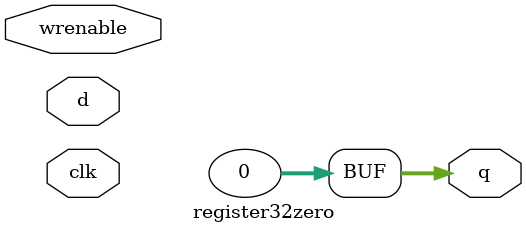
<source format=v>
module register
(
output reg	q,
input		d,
input		wrenable,
input		clk
);

    always @(negedge clk) begin
        if(wrenable) begin
            q = d;
        end
    end
endmodule // register

// 32 bits of D Flip-Flops with enable.
// Positive edge triggered
module register32
(
output [31:0] q,
input[31:0] d,
input wrenable, 
input clk
);

	genvar i;
	for (i = 0; i < 32; i = i + 1) begin
		register singleRegister (q[i], d[i], wrenable, clk);
	end
endmodule // register32


// 1 bit register with constant output 0.
// Inputs are ignored.
module register32zero 
(
output [31:0] q,
input[31:0] d,
input wrenable, 
input clk
);
	genvar i;
	for (i = 0; i < 32; i = i + 1) begin
		assign q[i] = 1'b0;
	end
endmodule // register32zero
</source>
